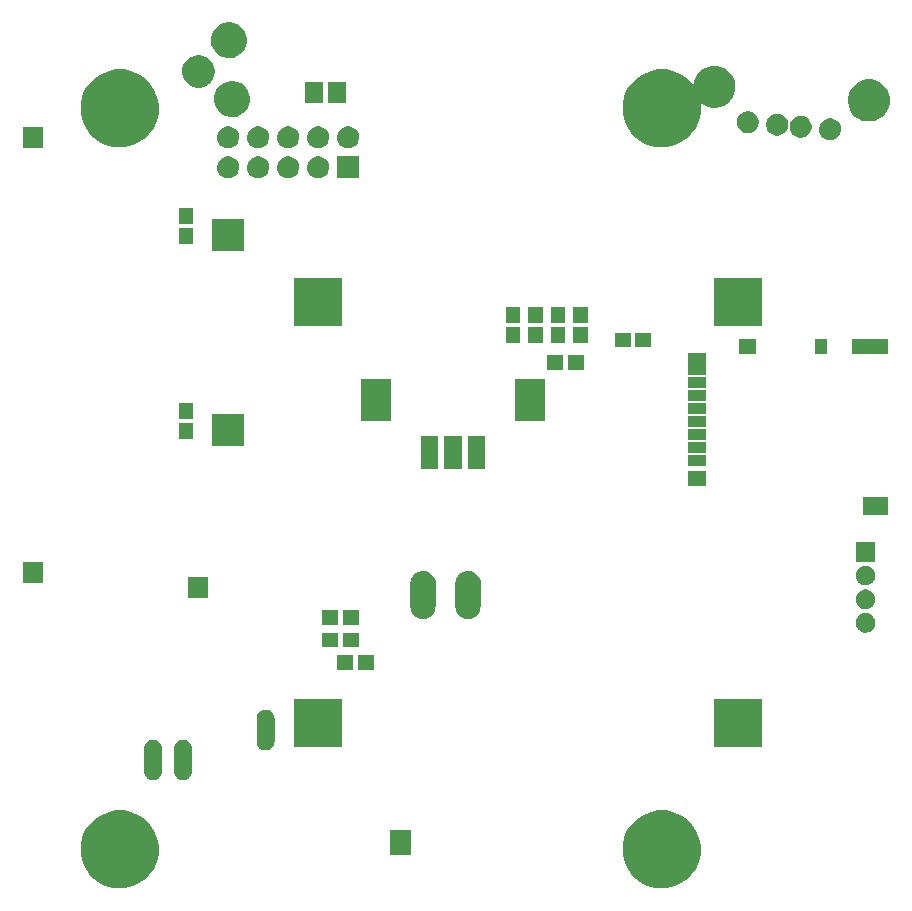
<source format=gbs>
G04 #@! TF.FileFunction,Soldermask,Bot*
%FSLAX46Y46*%
G04 Gerber Fmt 4.6, Leading zero omitted, Abs format (unit mm)*
G04 Created by KiCad (PCBNEW (2015-04-03 BZR 5570)-product) date Mon Apr  6 03:58:37 2015*
%MOMM*%
G01*
G04 APERTURE LIST*
%ADD10C,0.150000*%
G04 APERTURE END LIST*
D10*
G36*
X103751000Y-87241000D02*
X101989000Y-87241000D01*
X101989000Y-85479000D01*
X103751000Y-85479000D01*
X103751000Y-87241000D01*
X103751000Y-87241000D01*
G37*
G36*
X103751000Y-124071000D02*
X101989000Y-124071000D01*
X101989000Y-122309000D01*
X103751000Y-122309000D01*
X103751000Y-124071000D01*
X103751000Y-124071000D01*
G37*
G36*
X113512742Y-83572422D02*
X113502414Y-84312053D01*
X113502317Y-84312479D01*
X113502317Y-84312491D01*
X113358952Y-84943517D01*
X113095566Y-85535089D01*
X112722295Y-86064235D01*
X112253352Y-86510803D01*
X111706603Y-86857780D01*
X111102868Y-87091955D01*
X110465153Y-87204401D01*
X109817740Y-87190839D01*
X109185285Y-87051785D01*
X108591891Y-86792538D01*
X108060152Y-86422969D01*
X107610320Y-85957155D01*
X107259536Y-85412843D01*
X107021154Y-84810759D01*
X106904257Y-84173841D01*
X106913299Y-83526345D01*
X107047932Y-82892944D01*
X107303032Y-82297752D01*
X107668879Y-81763445D01*
X108131541Y-81310372D01*
X108673394Y-80955794D01*
X109273798Y-80713215D01*
X109909884Y-80591875D01*
X110557422Y-80596397D01*
X111191755Y-80726606D01*
X111788708Y-80977543D01*
X112325560Y-81339654D01*
X112781849Y-81799139D01*
X113140201Y-82338503D01*
X113386966Y-82937198D01*
X113512657Y-83571984D01*
X113512656Y-83571992D01*
X113512742Y-83572422D01*
X113512742Y-83572422D01*
G37*
G36*
X113512742Y-146310422D02*
X113502414Y-147050053D01*
X113502317Y-147050479D01*
X113502317Y-147050491D01*
X113358952Y-147681517D01*
X113095566Y-148273089D01*
X112722295Y-148802235D01*
X112253352Y-149248803D01*
X111706603Y-149595780D01*
X111102868Y-149829955D01*
X110465153Y-149942401D01*
X109817740Y-149928839D01*
X109185285Y-149789785D01*
X108591891Y-149530538D01*
X108060152Y-149160969D01*
X107610320Y-148695155D01*
X107259536Y-148150843D01*
X107021154Y-147548759D01*
X106904257Y-146911841D01*
X106913299Y-146264345D01*
X107047932Y-145630944D01*
X107303032Y-145035752D01*
X107668879Y-144501445D01*
X108131541Y-144048372D01*
X108673394Y-143693794D01*
X109273798Y-143451215D01*
X109909884Y-143329875D01*
X110557422Y-143334397D01*
X111191755Y-143464606D01*
X111788708Y-143715543D01*
X112325560Y-144077654D01*
X112781849Y-144537139D01*
X113140201Y-145076503D01*
X113386966Y-145675198D01*
X113512657Y-146309984D01*
X113512656Y-146309992D01*
X113512742Y-146310422D01*
X113512742Y-146310422D01*
G37*
G36*
X113792000Y-140025950D02*
X113791945Y-140033857D01*
X113791943Y-140033867D01*
X113791926Y-140036435D01*
X113775348Y-140184225D01*
X113730381Y-140325980D01*
X113658736Y-140456301D01*
X113563143Y-140570224D01*
X113447243Y-140663410D01*
X113315450Y-140732310D01*
X113172785Y-140774299D01*
X113172739Y-140774303D01*
X113172730Y-140774306D01*
X113024680Y-140787780D01*
X112876839Y-140772241D01*
X112876825Y-140772236D01*
X112876779Y-140772232D01*
X112734713Y-140728256D01*
X112603895Y-140657523D01*
X112489307Y-140562727D01*
X112395314Y-140447480D01*
X112325496Y-140316172D01*
X112282512Y-140173803D01*
X112268000Y-140025796D01*
X112268000Y-140022996D01*
X112268000Y-138104204D01*
X112268000Y-138104050D01*
X112268055Y-138096143D01*
X112268056Y-138096132D01*
X112268074Y-138093565D01*
X112284652Y-137945775D01*
X112329619Y-137804020D01*
X112401264Y-137673699D01*
X112496857Y-137559776D01*
X112612757Y-137466590D01*
X112744550Y-137397690D01*
X112887215Y-137355701D01*
X112887260Y-137355696D01*
X112887270Y-137355694D01*
X113035320Y-137342220D01*
X113183161Y-137357759D01*
X113183174Y-137357763D01*
X113183221Y-137357768D01*
X113325287Y-137401744D01*
X113456105Y-137472477D01*
X113570693Y-137567273D01*
X113664686Y-137682520D01*
X113734504Y-137813828D01*
X113777488Y-137956197D01*
X113792000Y-138104204D01*
X113792000Y-138107004D01*
X113792000Y-140025796D01*
X113792000Y-140025950D01*
X113792000Y-140025950D01*
G37*
G36*
X116332000Y-140025950D02*
X116331945Y-140033857D01*
X116331943Y-140033867D01*
X116331926Y-140036435D01*
X116315348Y-140184225D01*
X116270381Y-140325980D01*
X116198736Y-140456301D01*
X116103143Y-140570224D01*
X115987243Y-140663410D01*
X115855450Y-140732310D01*
X115712785Y-140774299D01*
X115712739Y-140774303D01*
X115712730Y-140774306D01*
X115564680Y-140787780D01*
X115416839Y-140772241D01*
X115416825Y-140772236D01*
X115416779Y-140772232D01*
X115274713Y-140728256D01*
X115143895Y-140657523D01*
X115029307Y-140562727D01*
X114935314Y-140447480D01*
X114865496Y-140316172D01*
X114822512Y-140173803D01*
X114808000Y-140025796D01*
X114808000Y-140022996D01*
X114808000Y-138104204D01*
X114808000Y-138104050D01*
X114808055Y-138096143D01*
X114808056Y-138096132D01*
X114808074Y-138093565D01*
X114824652Y-137945775D01*
X114869619Y-137804020D01*
X114941264Y-137673699D01*
X115036857Y-137559776D01*
X115152757Y-137466590D01*
X115284550Y-137397690D01*
X115427215Y-137355701D01*
X115427260Y-137355696D01*
X115427270Y-137355694D01*
X115575320Y-137342220D01*
X115723161Y-137357759D01*
X115723174Y-137357763D01*
X115723221Y-137357768D01*
X115865287Y-137401744D01*
X115996105Y-137472477D01*
X116110693Y-137567273D01*
X116204686Y-137682520D01*
X116274504Y-137813828D01*
X116317488Y-137956197D01*
X116332000Y-138104204D01*
X116332000Y-138107004D01*
X116332000Y-140025796D01*
X116332000Y-140025950D01*
X116332000Y-140025950D01*
G37*
G36*
X116451000Y-93680000D02*
X115197000Y-93680000D01*
X115197000Y-92326000D01*
X116451000Y-92326000D01*
X116451000Y-93680000D01*
X116451000Y-93680000D01*
G37*
G36*
X116451000Y-95380000D02*
X115197000Y-95380000D01*
X115197000Y-94026000D01*
X116451000Y-94026000D01*
X116451000Y-95380000D01*
X116451000Y-95380000D01*
G37*
G36*
X116451000Y-110190000D02*
X115197000Y-110190000D01*
X115197000Y-108836000D01*
X116451000Y-108836000D01*
X116451000Y-110190000D01*
X116451000Y-110190000D01*
G37*
G36*
X116451000Y-111890000D02*
X115197000Y-111890000D01*
X115197000Y-110536000D01*
X116451000Y-110536000D01*
X116451000Y-111890000D01*
X116451000Y-111890000D01*
G37*
G36*
X117721000Y-125341000D02*
X115959000Y-125341000D01*
X115959000Y-123579000D01*
X117721000Y-123579000D01*
X117721000Y-125341000D01*
X117721000Y-125341000D01*
G37*
G36*
X118262082Y-80627162D02*
X118257775Y-80935603D01*
X118257678Y-80936029D01*
X118257678Y-80936041D01*
X118197950Y-81198937D01*
X118088113Y-81445634D01*
X117932452Y-81666299D01*
X117736893Y-81852527D01*
X117508888Y-81997223D01*
X117257115Y-82094880D01*
X116991177Y-82141772D01*
X116721194Y-82136116D01*
X116457444Y-82078127D01*
X116209988Y-81970017D01*
X115988243Y-81815899D01*
X115800654Y-81621646D01*
X115654368Y-81394655D01*
X115554959Y-81143574D01*
X115506210Y-80877966D01*
X115509981Y-80607945D01*
X115566125Y-80343807D01*
X115672507Y-80095599D01*
X115825073Y-79872782D01*
X116018013Y-79683841D01*
X116243977Y-79535974D01*
X116494358Y-79434814D01*
X116759619Y-79384212D01*
X117029654Y-79386098D01*
X117294186Y-79440398D01*
X117543125Y-79545043D01*
X117767005Y-79696052D01*
X117957289Y-79887670D01*
X118106725Y-80112588D01*
X118209632Y-80362260D01*
X118261998Y-80626724D01*
X118261997Y-80626736D01*
X118262082Y-80627162D01*
X118262082Y-80627162D01*
G37*
G36*
X120307039Y-86269103D02*
X120304140Y-86476746D01*
X120304044Y-86477167D01*
X120304044Y-86477184D01*
X120263868Y-86654023D01*
X120189924Y-86820101D01*
X120085133Y-86968653D01*
X119953482Y-87094023D01*
X119799988Y-87191432D01*
X119630493Y-87257176D01*
X119451464Y-87288744D01*
X119269710Y-87284936D01*
X119092153Y-87245897D01*
X118925564Y-87173117D01*
X118776285Y-87069365D01*
X118649997Y-86938591D01*
X118551520Y-86785783D01*
X118484596Y-86616753D01*
X118451779Y-86437945D01*
X118454317Y-86256165D01*
X118492113Y-86078347D01*
X118563730Y-85911253D01*
X118666437Y-85761252D01*
X118796326Y-85634056D01*
X118948448Y-85534510D01*
X119117002Y-85466411D01*
X119295578Y-85432344D01*
X119477365Y-85433614D01*
X119655450Y-85470169D01*
X119823035Y-85540616D01*
X119973754Y-85642277D01*
X120101852Y-85771273D01*
X120202455Y-85922691D01*
X120271731Y-86090770D01*
X120306956Y-86268664D01*
X120306955Y-86268682D01*
X120307039Y-86269103D01*
X120307039Y-86269103D01*
G37*
G36*
X120307039Y-88809103D02*
X120304140Y-89016746D01*
X120304044Y-89017167D01*
X120304044Y-89017184D01*
X120263868Y-89194023D01*
X120189924Y-89360101D01*
X120085133Y-89508653D01*
X119953482Y-89634023D01*
X119799988Y-89731432D01*
X119630493Y-89797176D01*
X119451464Y-89828744D01*
X119269710Y-89824936D01*
X119092153Y-89785897D01*
X118925564Y-89713117D01*
X118776285Y-89609365D01*
X118649997Y-89478591D01*
X118551520Y-89325783D01*
X118484596Y-89156753D01*
X118451779Y-88977945D01*
X118454317Y-88796165D01*
X118492113Y-88618347D01*
X118563730Y-88451253D01*
X118666437Y-88301252D01*
X118796326Y-88174056D01*
X118948448Y-88074510D01*
X119117002Y-88006411D01*
X119295578Y-87972344D01*
X119477365Y-87973614D01*
X119655450Y-88010169D01*
X119823035Y-88080616D01*
X119973754Y-88182277D01*
X120101852Y-88311273D01*
X120202455Y-88462691D01*
X120271731Y-88630770D01*
X120306956Y-88808664D01*
X120306955Y-88808682D01*
X120307039Y-88809103D01*
X120307039Y-88809103D01*
G37*
G36*
X120707000Y-95942000D02*
X118053000Y-95942000D01*
X118053000Y-93288000D01*
X120707000Y-93288000D01*
X120707000Y-95942000D01*
X120707000Y-95942000D01*
G37*
G36*
X120707000Y-112452000D02*
X118053000Y-112452000D01*
X118053000Y-109798000D01*
X120707000Y-109798000D01*
X120707000Y-112452000D01*
X120707000Y-112452000D01*
G37*
G36*
X120977549Y-77974573D02*
X120972773Y-78316613D01*
X120972676Y-78317039D01*
X120972676Y-78317051D01*
X120906431Y-78608632D01*
X120784628Y-78882203D01*
X120612010Y-79126905D01*
X120395149Y-79333420D01*
X120142307Y-79493878D01*
X119863109Y-79602173D01*
X119568201Y-79654173D01*
X119268807Y-79647901D01*
X118976327Y-79583595D01*
X118701915Y-79463708D01*
X118456014Y-79292801D01*
X118247989Y-79077386D01*
X118085771Y-78825672D01*
X117975531Y-78547239D01*
X117921473Y-78252698D01*
X117925654Y-77953263D01*
X117987914Y-77660351D01*
X118105885Y-77385105D01*
X118275070Y-77138016D01*
X118489027Y-76928493D01*
X118739606Y-76764519D01*
X119017262Y-76652339D01*
X119311418Y-76596226D01*
X119610869Y-76598317D01*
X119904216Y-76658532D01*
X120180274Y-76774576D01*
X120428541Y-76942035D01*
X120639550Y-77154522D01*
X120805269Y-77403949D01*
X120919385Y-77680815D01*
X120977464Y-77974134D01*
X120977463Y-77974143D01*
X120977549Y-77974573D01*
X120977549Y-77974573D01*
G37*
G36*
X121239229Y-82967721D02*
X121234453Y-83309761D01*
X121234356Y-83310187D01*
X121234356Y-83310199D01*
X121168111Y-83601780D01*
X121046308Y-83875351D01*
X120873690Y-84120053D01*
X120656829Y-84326568D01*
X120403987Y-84487026D01*
X120124789Y-84595321D01*
X119829881Y-84647321D01*
X119530487Y-84641049D01*
X119238007Y-84576743D01*
X118963595Y-84456856D01*
X118717694Y-84285949D01*
X118509669Y-84070534D01*
X118347451Y-83818820D01*
X118237211Y-83540387D01*
X118183153Y-83245846D01*
X118187334Y-82946411D01*
X118249594Y-82653499D01*
X118367565Y-82378253D01*
X118536750Y-82131164D01*
X118750707Y-81921641D01*
X119001286Y-81757667D01*
X119278942Y-81645487D01*
X119573098Y-81589374D01*
X119872549Y-81591465D01*
X120165896Y-81651680D01*
X120441954Y-81767724D01*
X120690221Y-81935183D01*
X120901230Y-82147670D01*
X121066949Y-82397097D01*
X121181065Y-82673963D01*
X121239144Y-82967282D01*
X121239143Y-82967291D01*
X121239229Y-82967721D01*
X121239229Y-82967721D01*
G37*
G36*
X122847039Y-86269103D02*
X122844140Y-86476746D01*
X122844044Y-86477167D01*
X122844044Y-86477184D01*
X122803868Y-86654023D01*
X122729924Y-86820101D01*
X122625133Y-86968653D01*
X122493482Y-87094023D01*
X122339988Y-87191432D01*
X122170493Y-87257176D01*
X121991464Y-87288744D01*
X121809710Y-87284936D01*
X121632153Y-87245897D01*
X121465564Y-87173117D01*
X121316285Y-87069365D01*
X121189997Y-86938591D01*
X121091520Y-86785783D01*
X121024596Y-86616753D01*
X120991779Y-86437945D01*
X120994317Y-86256165D01*
X121032113Y-86078347D01*
X121103730Y-85911253D01*
X121206437Y-85761252D01*
X121336326Y-85634056D01*
X121488448Y-85534510D01*
X121657002Y-85466411D01*
X121835578Y-85432344D01*
X122017365Y-85433614D01*
X122195450Y-85470169D01*
X122363035Y-85540616D01*
X122513754Y-85642277D01*
X122641852Y-85771273D01*
X122742455Y-85922691D01*
X122811731Y-86090770D01*
X122846956Y-86268664D01*
X122846955Y-86268682D01*
X122847039Y-86269103D01*
X122847039Y-86269103D01*
G37*
G36*
X122847039Y-88809103D02*
X122844140Y-89016746D01*
X122844044Y-89017167D01*
X122844044Y-89017184D01*
X122803868Y-89194023D01*
X122729924Y-89360101D01*
X122625133Y-89508653D01*
X122493482Y-89634023D01*
X122339988Y-89731432D01*
X122170493Y-89797176D01*
X121991464Y-89828744D01*
X121809710Y-89824936D01*
X121632153Y-89785897D01*
X121465564Y-89713117D01*
X121316285Y-89609365D01*
X121189997Y-89478591D01*
X121091520Y-89325783D01*
X121024596Y-89156753D01*
X120991779Y-88977945D01*
X120994317Y-88796165D01*
X121032113Y-88618347D01*
X121103730Y-88451253D01*
X121206437Y-88301252D01*
X121336326Y-88174056D01*
X121488448Y-88074510D01*
X121657002Y-88006411D01*
X121835578Y-87972344D01*
X122017365Y-87973614D01*
X122195450Y-88010169D01*
X122363035Y-88080616D01*
X122513754Y-88182277D01*
X122641852Y-88311273D01*
X122742455Y-88462691D01*
X122811731Y-88630770D01*
X122846956Y-88808664D01*
X122846955Y-88808682D01*
X122847039Y-88809103D01*
X122847039Y-88809103D01*
G37*
G36*
X123317000Y-137485950D02*
X123316945Y-137493857D01*
X123316943Y-137493867D01*
X123316926Y-137496435D01*
X123300348Y-137644225D01*
X123255381Y-137785980D01*
X123183736Y-137916301D01*
X123088143Y-138030224D01*
X122972243Y-138123410D01*
X122840450Y-138192310D01*
X122697785Y-138234299D01*
X122697739Y-138234303D01*
X122697730Y-138234306D01*
X122549680Y-138247780D01*
X122401839Y-138232241D01*
X122401825Y-138232236D01*
X122401779Y-138232232D01*
X122259713Y-138188256D01*
X122128895Y-138117523D01*
X122014307Y-138022727D01*
X121920314Y-137907480D01*
X121850496Y-137776172D01*
X121807512Y-137633803D01*
X121793000Y-137485796D01*
X121793000Y-137482996D01*
X121793000Y-135564204D01*
X121793000Y-135564050D01*
X121793055Y-135556143D01*
X121793056Y-135556132D01*
X121793074Y-135553565D01*
X121809652Y-135405775D01*
X121854619Y-135264020D01*
X121926264Y-135133699D01*
X122021857Y-135019776D01*
X122137757Y-134926590D01*
X122269550Y-134857690D01*
X122412215Y-134815701D01*
X122412260Y-134815696D01*
X122412270Y-134815694D01*
X122560320Y-134802220D01*
X122708161Y-134817759D01*
X122708174Y-134817763D01*
X122708221Y-134817768D01*
X122850287Y-134861744D01*
X122981105Y-134932477D01*
X123095693Y-135027273D01*
X123189686Y-135142520D01*
X123259504Y-135273828D01*
X123302488Y-135416197D01*
X123317000Y-135564204D01*
X123317000Y-135567004D01*
X123317000Y-137485796D01*
X123317000Y-137485950D01*
X123317000Y-137485950D01*
G37*
G36*
X125387039Y-86269103D02*
X125384140Y-86476746D01*
X125384044Y-86477167D01*
X125384044Y-86477184D01*
X125343868Y-86654023D01*
X125269924Y-86820101D01*
X125165133Y-86968653D01*
X125033482Y-87094023D01*
X124879988Y-87191432D01*
X124710493Y-87257176D01*
X124531464Y-87288744D01*
X124349710Y-87284936D01*
X124172153Y-87245897D01*
X124005564Y-87173117D01*
X123856285Y-87069365D01*
X123729997Y-86938591D01*
X123631520Y-86785783D01*
X123564596Y-86616753D01*
X123531779Y-86437945D01*
X123534317Y-86256165D01*
X123572113Y-86078347D01*
X123643730Y-85911253D01*
X123746437Y-85761252D01*
X123876326Y-85634056D01*
X124028448Y-85534510D01*
X124197002Y-85466411D01*
X124375578Y-85432344D01*
X124557365Y-85433614D01*
X124735450Y-85470169D01*
X124903035Y-85540616D01*
X125053754Y-85642277D01*
X125181852Y-85771273D01*
X125282455Y-85922691D01*
X125351731Y-86090770D01*
X125386956Y-86268664D01*
X125386955Y-86268682D01*
X125387039Y-86269103D01*
X125387039Y-86269103D01*
G37*
G36*
X125387039Y-88809103D02*
X125384140Y-89016746D01*
X125384044Y-89017167D01*
X125384044Y-89017184D01*
X125343868Y-89194023D01*
X125269924Y-89360101D01*
X125165133Y-89508653D01*
X125033482Y-89634023D01*
X124879988Y-89731432D01*
X124710493Y-89797176D01*
X124531464Y-89828744D01*
X124349710Y-89824936D01*
X124172153Y-89785897D01*
X124005564Y-89713117D01*
X123856285Y-89609365D01*
X123729997Y-89478591D01*
X123631520Y-89325783D01*
X123564596Y-89156753D01*
X123531779Y-88977945D01*
X123534317Y-88796165D01*
X123572113Y-88618347D01*
X123643730Y-88451253D01*
X123746437Y-88301252D01*
X123876326Y-88174056D01*
X124028448Y-88074510D01*
X124197002Y-88006411D01*
X124375578Y-87972344D01*
X124557365Y-87973614D01*
X124735450Y-88010169D01*
X124903035Y-88080616D01*
X125053754Y-88182277D01*
X125181852Y-88311273D01*
X125282455Y-88462691D01*
X125351731Y-88630770D01*
X125386956Y-88808664D01*
X125386955Y-88808682D01*
X125387039Y-88809103D01*
X125387039Y-88809103D01*
G37*
G36*
X127462000Y-83427000D02*
X125908000Y-83427000D01*
X125908000Y-81673000D01*
X127462000Y-81673000D01*
X127462000Y-83427000D01*
X127462000Y-83427000D01*
G37*
G36*
X127927039Y-86269103D02*
X127924140Y-86476746D01*
X127924044Y-86477167D01*
X127924044Y-86477184D01*
X127883868Y-86654023D01*
X127809924Y-86820101D01*
X127705133Y-86968653D01*
X127573482Y-87094023D01*
X127419988Y-87191432D01*
X127250493Y-87257176D01*
X127071464Y-87288744D01*
X126889710Y-87284936D01*
X126712153Y-87245897D01*
X126545564Y-87173117D01*
X126396285Y-87069365D01*
X126269997Y-86938591D01*
X126171520Y-86785783D01*
X126104596Y-86616753D01*
X126071779Y-86437945D01*
X126074317Y-86256165D01*
X126112113Y-86078347D01*
X126183730Y-85911253D01*
X126286437Y-85761252D01*
X126416326Y-85634056D01*
X126568448Y-85534510D01*
X126737002Y-85466411D01*
X126915578Y-85432344D01*
X127097365Y-85433614D01*
X127275450Y-85470169D01*
X127443035Y-85540616D01*
X127593754Y-85642277D01*
X127721852Y-85771273D01*
X127822455Y-85922691D01*
X127891731Y-86090770D01*
X127926956Y-86268664D01*
X127926955Y-86268682D01*
X127927039Y-86269103D01*
X127927039Y-86269103D01*
G37*
G36*
X127927039Y-88809103D02*
X127924140Y-89016746D01*
X127924044Y-89017167D01*
X127924044Y-89017184D01*
X127883868Y-89194023D01*
X127809924Y-89360101D01*
X127705133Y-89508653D01*
X127573482Y-89634023D01*
X127419988Y-89731432D01*
X127250493Y-89797176D01*
X127071464Y-89828744D01*
X126889710Y-89824936D01*
X126712153Y-89785897D01*
X126545564Y-89713117D01*
X126396285Y-89609365D01*
X126269997Y-89478591D01*
X126171520Y-89325783D01*
X126104596Y-89156753D01*
X126071779Y-88977945D01*
X126074317Y-88796165D01*
X126112113Y-88618347D01*
X126183730Y-88451253D01*
X126286437Y-88301252D01*
X126416326Y-88174056D01*
X126568448Y-88074510D01*
X126737002Y-88006411D01*
X126915578Y-87972344D01*
X127097365Y-87973614D01*
X127275450Y-88010169D01*
X127443035Y-88080616D01*
X127593754Y-88182277D01*
X127721852Y-88311273D01*
X127822455Y-88462691D01*
X127891731Y-88630770D01*
X127926956Y-88808664D01*
X127926955Y-88808682D01*
X127927039Y-88809103D01*
X127927039Y-88809103D01*
G37*
G36*
X128732000Y-127627000D02*
X127378000Y-127627000D01*
X127378000Y-126373000D01*
X128732000Y-126373000D01*
X128732000Y-127627000D01*
X128732000Y-127627000D01*
G37*
G36*
X128732000Y-129532000D02*
X127378000Y-129532000D01*
X127378000Y-128278000D01*
X128732000Y-128278000D01*
X128732000Y-129532000D01*
X128732000Y-129532000D01*
G37*
G36*
X129012000Y-102342000D02*
X124948000Y-102342000D01*
X124948000Y-98278000D01*
X129012000Y-98278000D01*
X129012000Y-102342000D01*
X129012000Y-102342000D01*
G37*
G36*
X129012000Y-137942000D02*
X124948000Y-137942000D01*
X124948000Y-133878000D01*
X129012000Y-133878000D01*
X129012000Y-137942000D01*
X129012000Y-137942000D01*
G37*
G36*
X129362000Y-83427000D02*
X127808000Y-83427000D01*
X127808000Y-81673000D01*
X129362000Y-81673000D01*
X129362000Y-83427000D01*
X129362000Y-83427000D01*
G37*
G36*
X130002000Y-131437000D02*
X128648000Y-131437000D01*
X128648000Y-130183000D01*
X130002000Y-130183000D01*
X130002000Y-131437000D01*
X130002000Y-131437000D01*
G37*
G36*
X130432000Y-127627000D02*
X129078000Y-127627000D01*
X129078000Y-126373000D01*
X130432000Y-126373000D01*
X130432000Y-127627000D01*
X130432000Y-127627000D01*
G37*
G36*
X130432000Y-129532000D02*
X129078000Y-129532000D01*
X129078000Y-128278000D01*
X130432000Y-128278000D01*
X130432000Y-129532000D01*
X130432000Y-129532000D01*
G37*
G36*
X130467000Y-89827000D02*
X128613000Y-89827000D01*
X128613000Y-87973000D01*
X130467000Y-87973000D01*
X130467000Y-89827000D01*
X130467000Y-89827000D01*
G37*
G36*
X130467039Y-86269103D02*
X130464140Y-86476746D01*
X130464044Y-86477167D01*
X130464044Y-86477184D01*
X130423868Y-86654023D01*
X130349924Y-86820101D01*
X130245133Y-86968653D01*
X130113482Y-87094023D01*
X129959988Y-87191432D01*
X129790493Y-87257176D01*
X129611464Y-87288744D01*
X129429710Y-87284936D01*
X129252153Y-87245897D01*
X129085564Y-87173117D01*
X128936285Y-87069365D01*
X128809997Y-86938591D01*
X128711520Y-86785783D01*
X128644596Y-86616753D01*
X128611779Y-86437945D01*
X128614317Y-86256165D01*
X128652113Y-86078347D01*
X128723730Y-85911253D01*
X128826437Y-85761252D01*
X128956326Y-85634056D01*
X129108448Y-85534510D01*
X129277002Y-85466411D01*
X129455578Y-85432344D01*
X129637365Y-85433614D01*
X129815450Y-85470169D01*
X129983035Y-85540616D01*
X130133754Y-85642277D01*
X130261852Y-85771273D01*
X130362455Y-85922691D01*
X130431731Y-86090770D01*
X130466956Y-86268664D01*
X130466955Y-86268682D01*
X130467039Y-86269103D01*
X130467039Y-86269103D01*
G37*
G36*
X131702000Y-131437000D02*
X130348000Y-131437000D01*
X130348000Y-130183000D01*
X131702000Y-130183000D01*
X131702000Y-131437000D01*
X131702000Y-131437000D01*
G37*
G36*
X133207000Y-110357000D02*
X130653000Y-110357000D01*
X130653000Y-106803000D01*
X133207000Y-106803000D01*
X133207000Y-110357000D01*
X133207000Y-110357000D01*
G37*
G36*
X134912000Y-147127000D02*
X133058000Y-147127000D01*
X133058000Y-144973000D01*
X134912000Y-144973000D01*
X134912000Y-147127000D01*
X134912000Y-147127000D01*
G37*
G36*
X136969500Y-126057485D02*
X136969414Y-126069826D01*
X136969412Y-126069835D01*
X136969395Y-126072404D01*
X136945910Y-126281773D01*
X136882207Y-126482592D01*
X136780710Y-126667214D01*
X136645287Y-126828605D01*
X136481094Y-126960619D01*
X136294388Y-127058227D01*
X136092278Y-127117711D01*
X136092235Y-127117714D01*
X136092225Y-127117718D01*
X135882463Y-127136808D01*
X135672999Y-127114793D01*
X135672982Y-127114787D01*
X135672936Y-127114783D01*
X135471677Y-127052483D01*
X135286351Y-126952278D01*
X135124018Y-126817985D01*
X134990862Y-126654718D01*
X134891953Y-126468697D01*
X134831059Y-126267008D01*
X134810500Y-126057332D01*
X134810500Y-126054533D01*
X134810500Y-124132668D01*
X134810500Y-124132515D01*
X134810586Y-124120174D01*
X134810587Y-124120164D01*
X134810605Y-124117596D01*
X134834090Y-123908227D01*
X134897793Y-123707408D01*
X134999290Y-123522786D01*
X135134713Y-123361395D01*
X135298906Y-123229381D01*
X135485612Y-123131773D01*
X135687722Y-123072289D01*
X135687764Y-123072285D01*
X135687775Y-123072282D01*
X135897537Y-123053192D01*
X136107001Y-123075207D01*
X136107017Y-123075212D01*
X136107064Y-123075217D01*
X136308323Y-123137517D01*
X136493649Y-123237722D01*
X136655982Y-123372015D01*
X136789138Y-123535282D01*
X136888047Y-123721303D01*
X136948941Y-123922992D01*
X136969500Y-124132668D01*
X136969500Y-124135467D01*
X136969500Y-126057332D01*
X136969500Y-126057485D01*
X136969500Y-126057485D01*
G37*
G36*
X137157000Y-114457000D02*
X135703000Y-114457000D01*
X135703000Y-111603000D01*
X137157000Y-111603000D01*
X137157000Y-114457000D01*
X137157000Y-114457000D01*
G37*
G36*
X139157000Y-114457000D02*
X137703000Y-114457000D01*
X137703000Y-111603000D01*
X139157000Y-111603000D01*
X139157000Y-114457000D01*
X139157000Y-114457000D01*
G37*
G36*
X140779500Y-126057485D02*
X140779414Y-126069826D01*
X140779412Y-126069835D01*
X140779395Y-126072404D01*
X140755910Y-126281773D01*
X140692207Y-126482592D01*
X140590710Y-126667214D01*
X140455287Y-126828605D01*
X140291094Y-126960619D01*
X140104388Y-127058227D01*
X139902278Y-127117711D01*
X139902235Y-127117714D01*
X139902225Y-127117718D01*
X139692463Y-127136808D01*
X139482999Y-127114793D01*
X139482982Y-127114787D01*
X139482936Y-127114783D01*
X139281677Y-127052483D01*
X139096351Y-126952278D01*
X138934018Y-126817985D01*
X138800862Y-126654718D01*
X138701953Y-126468697D01*
X138641059Y-126267008D01*
X138620500Y-126057332D01*
X138620500Y-126054533D01*
X138620500Y-124132668D01*
X138620500Y-124132515D01*
X138620586Y-124120174D01*
X138620587Y-124120164D01*
X138620605Y-124117596D01*
X138644090Y-123908227D01*
X138707793Y-123707408D01*
X138809290Y-123522786D01*
X138944713Y-123361395D01*
X139108906Y-123229381D01*
X139295612Y-123131773D01*
X139497722Y-123072289D01*
X139497764Y-123072285D01*
X139497775Y-123072282D01*
X139707537Y-123053192D01*
X139917001Y-123075207D01*
X139917017Y-123075212D01*
X139917064Y-123075217D01*
X140118323Y-123137517D01*
X140303649Y-123237722D01*
X140465982Y-123372015D01*
X140599138Y-123535282D01*
X140698047Y-123721303D01*
X140758941Y-123922992D01*
X140779500Y-124132668D01*
X140779500Y-124135467D01*
X140779500Y-126057332D01*
X140779500Y-126057485D01*
X140779500Y-126057485D01*
G37*
G36*
X141157000Y-114457000D02*
X139703000Y-114457000D01*
X139703000Y-111603000D01*
X141157000Y-111603000D01*
X141157000Y-114457000D01*
X141157000Y-114457000D01*
G37*
G36*
X144137000Y-102062000D02*
X142883000Y-102062000D01*
X142883000Y-100708000D01*
X144137000Y-100708000D01*
X144137000Y-102062000D01*
X144137000Y-102062000D01*
G37*
G36*
X144137000Y-103762000D02*
X142883000Y-103762000D01*
X142883000Y-102408000D01*
X144137000Y-102408000D01*
X144137000Y-103762000D01*
X144137000Y-103762000D01*
G37*
G36*
X146042000Y-102062000D02*
X144788000Y-102062000D01*
X144788000Y-100708000D01*
X146042000Y-100708000D01*
X146042000Y-102062000D01*
X146042000Y-102062000D01*
G37*
G36*
X146042000Y-103762000D02*
X144788000Y-103762000D01*
X144788000Y-102408000D01*
X146042000Y-102408000D01*
X146042000Y-103762000D01*
X146042000Y-103762000D01*
G37*
G36*
X146207000Y-110357000D02*
X143653000Y-110357000D01*
X143653000Y-106803000D01*
X146207000Y-106803000D01*
X146207000Y-110357000D01*
X146207000Y-110357000D01*
G37*
G36*
X147782000Y-106037000D02*
X146428000Y-106037000D01*
X146428000Y-104783000D01*
X147782000Y-104783000D01*
X147782000Y-106037000D01*
X147782000Y-106037000D01*
G37*
G36*
X147947000Y-102062000D02*
X146693000Y-102062000D01*
X146693000Y-100708000D01*
X147947000Y-100708000D01*
X147947000Y-102062000D01*
X147947000Y-102062000D01*
G37*
G36*
X147947000Y-103762000D02*
X146693000Y-103762000D01*
X146693000Y-102408000D01*
X147947000Y-102408000D01*
X147947000Y-103762000D01*
X147947000Y-103762000D01*
G37*
G36*
X149482000Y-106037000D02*
X148128000Y-106037000D01*
X148128000Y-104783000D01*
X149482000Y-104783000D01*
X149482000Y-106037000D01*
X149482000Y-106037000D01*
G37*
G36*
X149852000Y-102062000D02*
X148598000Y-102062000D01*
X148598000Y-100708000D01*
X149852000Y-100708000D01*
X149852000Y-102062000D01*
X149852000Y-102062000D01*
G37*
G36*
X149852000Y-103762000D02*
X148598000Y-103762000D01*
X148598000Y-102408000D01*
X149852000Y-102408000D01*
X149852000Y-103762000D01*
X149852000Y-103762000D01*
G37*
G36*
X153497000Y-104132000D02*
X152143000Y-104132000D01*
X152143000Y-102878000D01*
X153497000Y-102878000D01*
X153497000Y-104132000D01*
X153497000Y-104132000D01*
G37*
G36*
X155197000Y-104132000D02*
X153843000Y-104132000D01*
X153843000Y-102878000D01*
X155197000Y-102878000D01*
X155197000Y-104132000D01*
X155197000Y-104132000D01*
G37*
G36*
X159410542Y-146310422D02*
X159400214Y-147050053D01*
X159400117Y-147050479D01*
X159400117Y-147050491D01*
X159256752Y-147681517D01*
X158993366Y-148273089D01*
X158620095Y-148802235D01*
X158151152Y-149248803D01*
X157604403Y-149595780D01*
X157000668Y-149829955D01*
X156362953Y-149942401D01*
X155715540Y-149928839D01*
X155083085Y-149789785D01*
X154489691Y-149530538D01*
X153957952Y-149160969D01*
X153508120Y-148695155D01*
X153157336Y-148150843D01*
X152918954Y-147548759D01*
X152802057Y-146911841D01*
X152811099Y-146264345D01*
X152945732Y-145630944D01*
X153200832Y-145035752D01*
X153566679Y-144501445D01*
X154029341Y-144048372D01*
X154571194Y-143693794D01*
X155171598Y-143451215D01*
X155807684Y-143329875D01*
X156455222Y-143334397D01*
X157089555Y-143464606D01*
X157686508Y-143715543D01*
X158223360Y-144077654D01*
X158679649Y-144537139D01*
X159038001Y-145076503D01*
X159284766Y-145675198D01*
X159410457Y-146309984D01*
X159410456Y-146309992D01*
X159410542Y-146310422D01*
X159410542Y-146310422D01*
G37*
G36*
X159807000Y-106467000D02*
X158353000Y-106467000D01*
X158353000Y-105513000D01*
X158353000Y-105492000D01*
X158353000Y-104588000D01*
X159807000Y-104588000D01*
X159807000Y-105492000D01*
X159807000Y-105513000D01*
X159807000Y-106467000D01*
X159807000Y-106467000D01*
G37*
G36*
X159807000Y-107567000D02*
X158353000Y-107567000D01*
X158353000Y-106613000D01*
X159807000Y-106613000D01*
X159807000Y-107567000D01*
X159807000Y-107567000D01*
G37*
G36*
X159807000Y-108667000D02*
X158353000Y-108667000D01*
X158353000Y-107713000D01*
X159807000Y-107713000D01*
X159807000Y-108667000D01*
X159807000Y-108667000D01*
G37*
G36*
X159807000Y-109767000D02*
X158353000Y-109767000D01*
X158353000Y-108813000D01*
X159807000Y-108813000D01*
X159807000Y-109767000D01*
X159807000Y-109767000D01*
G37*
G36*
X159807000Y-110867000D02*
X158353000Y-110867000D01*
X158353000Y-109913000D01*
X159807000Y-109913000D01*
X159807000Y-110867000D01*
X159807000Y-110867000D01*
G37*
G36*
X159807000Y-111967000D02*
X158353000Y-111967000D01*
X158353000Y-111013000D01*
X159807000Y-111013000D01*
X159807000Y-111967000D01*
X159807000Y-111967000D01*
G37*
G36*
X159807000Y-113067000D02*
X158353000Y-113067000D01*
X158353000Y-112113000D01*
X159807000Y-112113000D01*
X159807000Y-113067000D01*
X159807000Y-113067000D01*
G37*
G36*
X159807000Y-114167000D02*
X158353000Y-114167000D01*
X158353000Y-113213000D01*
X159807000Y-113213000D01*
X159807000Y-114167000D01*
X159807000Y-114167000D01*
G37*
G36*
X159807000Y-115867000D02*
X158353000Y-115867000D01*
X158353000Y-114613000D01*
X159807000Y-114613000D01*
X159807000Y-115867000D01*
X159807000Y-115867000D01*
G37*
G36*
X162331716Y-81909424D02*
X162326158Y-82307463D01*
X162326061Y-82307889D01*
X162326061Y-82307901D01*
X162248954Y-82647291D01*
X162107212Y-82965648D01*
X161906329Y-83250415D01*
X161906329Y-83250417D01*
X161653965Y-83490740D01*
X161359728Y-83677469D01*
X161034821Y-83803493D01*
X160691631Y-83864006D01*
X160343220Y-83856707D01*
X160002856Y-83781874D01*
X159683517Y-83642358D01*
X159510174Y-83521881D01*
X159487026Y-83511888D01*
X159461814Y-83511691D01*
X159438513Y-83521321D01*
X159420796Y-83539260D01*
X159410536Y-83572822D01*
X159400214Y-84312053D01*
X159400117Y-84312479D01*
X159400117Y-84312491D01*
X159256752Y-84943517D01*
X158993366Y-85535089D01*
X158620095Y-86064235D01*
X158151152Y-86510803D01*
X157604403Y-86857780D01*
X157000668Y-87091955D01*
X156362953Y-87204401D01*
X155715540Y-87190839D01*
X155083085Y-87051785D01*
X154489691Y-86792538D01*
X153957952Y-86422969D01*
X153508120Y-85957155D01*
X153157336Y-85412843D01*
X152918954Y-84810759D01*
X152802057Y-84173841D01*
X152811099Y-83526345D01*
X152945732Y-82892944D01*
X153200832Y-82297752D01*
X153566679Y-81763445D01*
X154029341Y-81310372D01*
X154571194Y-80955794D01*
X155171598Y-80713215D01*
X155807684Y-80591875D01*
X156455222Y-80596397D01*
X157089555Y-80726606D01*
X157686508Y-80977543D01*
X158223360Y-81339654D01*
X158679651Y-81799140D01*
X158685976Y-81808660D01*
X158703820Y-81826472D01*
X158727190Y-81835936D01*
X158752400Y-81835560D01*
X158775476Y-81825403D01*
X158792781Y-81807066D01*
X158800978Y-81786721D01*
X158852621Y-81543758D01*
X158989906Y-81223449D01*
X159186790Y-80935907D01*
X159435776Y-80692081D01*
X159727379Y-80501262D01*
X160050492Y-80370716D01*
X160392808Y-80305415D01*
X160741284Y-80307849D01*
X161082658Y-80377922D01*
X161403912Y-80512966D01*
X161692825Y-80707840D01*
X161938383Y-80955119D01*
X162131230Y-81245375D01*
X162264029Y-81567572D01*
X162331632Y-81908986D01*
X162331631Y-81908998D01*
X162331716Y-81909424D01*
X162331716Y-81909424D01*
G37*
G36*
X164107000Y-104717000D02*
X162653000Y-104717000D01*
X162653000Y-103463000D01*
X164107000Y-103463000D01*
X164107000Y-104717000D01*
X164107000Y-104717000D01*
G37*
G36*
X164302933Y-84969989D02*
X164300034Y-85177632D01*
X164299938Y-85178053D01*
X164299938Y-85178070D01*
X164259762Y-85354909D01*
X164185818Y-85520987D01*
X164081027Y-85669539D01*
X163949376Y-85794909D01*
X163795882Y-85892318D01*
X163626387Y-85958062D01*
X163447358Y-85989630D01*
X163265604Y-85985822D01*
X163088047Y-85946783D01*
X162921458Y-85874003D01*
X162772179Y-85770251D01*
X162645891Y-85639477D01*
X162547414Y-85486669D01*
X162480490Y-85317639D01*
X162447673Y-85138831D01*
X162450211Y-84957051D01*
X162488007Y-84779233D01*
X162559624Y-84612139D01*
X162662331Y-84462138D01*
X162792220Y-84334942D01*
X162944342Y-84235396D01*
X163112896Y-84167297D01*
X163291472Y-84133230D01*
X163473259Y-84134500D01*
X163651344Y-84171055D01*
X163818929Y-84241502D01*
X163969648Y-84343163D01*
X164097746Y-84472159D01*
X164198349Y-84623577D01*
X164267625Y-84791656D01*
X164302850Y-84969550D01*
X164302849Y-84969568D01*
X164302933Y-84969989D01*
X164302933Y-84969989D01*
G37*
G36*
X164612000Y-102342000D02*
X160548000Y-102342000D01*
X160548000Y-98278000D01*
X164612000Y-98278000D01*
X164612000Y-102342000D01*
X164612000Y-102342000D01*
G37*
G36*
X164612000Y-137942000D02*
X160548000Y-137942000D01*
X160548000Y-133878000D01*
X164612000Y-133878000D01*
X164612000Y-137942000D01*
X164612000Y-137942000D01*
G37*
G36*
X166793420Y-85187878D02*
X166790521Y-85395521D01*
X166790425Y-85395942D01*
X166790425Y-85395959D01*
X166750249Y-85572798D01*
X166676305Y-85738876D01*
X166571514Y-85887428D01*
X166439863Y-86012798D01*
X166286369Y-86110207D01*
X166116874Y-86175951D01*
X165937845Y-86207519D01*
X165756091Y-86203711D01*
X165578534Y-86164672D01*
X165411945Y-86091892D01*
X165262666Y-85988140D01*
X165136378Y-85857366D01*
X165037901Y-85704558D01*
X164970977Y-85535528D01*
X164938160Y-85356720D01*
X164940698Y-85174940D01*
X164978494Y-84997122D01*
X165050111Y-84830028D01*
X165152818Y-84680027D01*
X165282707Y-84552831D01*
X165434829Y-84453285D01*
X165603383Y-84385186D01*
X165781959Y-84351119D01*
X165963746Y-84352389D01*
X166141831Y-84388944D01*
X166309416Y-84459391D01*
X166460135Y-84561052D01*
X166588233Y-84690048D01*
X166688836Y-84841466D01*
X166758112Y-85009545D01*
X166793337Y-85187439D01*
X166793336Y-85187457D01*
X166793420Y-85187878D01*
X166793420Y-85187878D01*
G37*
G36*
X168785809Y-85362190D02*
X168782910Y-85569833D01*
X168782814Y-85570254D01*
X168782814Y-85570271D01*
X168742638Y-85747110D01*
X168668694Y-85913188D01*
X168563903Y-86061740D01*
X168432252Y-86187110D01*
X168278758Y-86284519D01*
X168109263Y-86350263D01*
X167930234Y-86381831D01*
X167748480Y-86378023D01*
X167570923Y-86338984D01*
X167404334Y-86266204D01*
X167255055Y-86162452D01*
X167128767Y-86031678D01*
X167030290Y-85878870D01*
X166963366Y-85709840D01*
X166930549Y-85531032D01*
X166933087Y-85349252D01*
X166970883Y-85171434D01*
X167042500Y-85004340D01*
X167145207Y-84854339D01*
X167275096Y-84727143D01*
X167427218Y-84627597D01*
X167595772Y-84559498D01*
X167774348Y-84525431D01*
X167956135Y-84526701D01*
X168134220Y-84563256D01*
X168301805Y-84633703D01*
X168452524Y-84735364D01*
X168580622Y-84864360D01*
X168681225Y-85015778D01*
X168750501Y-85183857D01*
X168785726Y-85361751D01*
X168785725Y-85361769D01*
X168785809Y-85362190D01*
X168785809Y-85362190D01*
G37*
G36*
X170107000Y-104717000D02*
X169053000Y-104717000D01*
X169053000Y-103463000D01*
X170107000Y-103463000D01*
X170107000Y-104717000D01*
X170107000Y-104717000D01*
G37*
G36*
X171276296Y-85580079D02*
X171273397Y-85787722D01*
X171273301Y-85788143D01*
X171273301Y-85788160D01*
X171233125Y-85964999D01*
X171159181Y-86131077D01*
X171054390Y-86279629D01*
X170922739Y-86404999D01*
X170769245Y-86502408D01*
X170599750Y-86568152D01*
X170420721Y-86599720D01*
X170238967Y-86595912D01*
X170061410Y-86556873D01*
X169894821Y-86484093D01*
X169745542Y-86380341D01*
X169619254Y-86249567D01*
X169520777Y-86096759D01*
X169453853Y-85927729D01*
X169421036Y-85748921D01*
X169423574Y-85567141D01*
X169461370Y-85389323D01*
X169532987Y-85222229D01*
X169635694Y-85072228D01*
X169765583Y-84945032D01*
X169917705Y-84845486D01*
X170086259Y-84777387D01*
X170264835Y-84743320D01*
X170446622Y-84744590D01*
X170624707Y-84781145D01*
X170792292Y-84851592D01*
X170943011Y-84953253D01*
X171071109Y-85082249D01*
X171171712Y-85233667D01*
X171240988Y-85401746D01*
X171276213Y-85579640D01*
X171276212Y-85579658D01*
X171276296Y-85580079D01*
X171276296Y-85580079D01*
G37*
G36*
X174182000Y-122287000D02*
X172528000Y-122287000D01*
X172528000Y-120633000D01*
X174182000Y-120633000D01*
X174182000Y-122287000D01*
X174182000Y-122287000D01*
G37*
G36*
X174182035Y-123378909D02*
X174179448Y-123564152D01*
X174179352Y-123564573D01*
X174179352Y-123564590D01*
X174143520Y-123722306D01*
X174077554Y-123870468D01*
X173984067Y-124002995D01*
X173866617Y-124114840D01*
X173729682Y-124201742D01*
X173578471Y-124260394D01*
X173418755Y-124288556D01*
X173256608Y-124285158D01*
X173098203Y-124250331D01*
X172949586Y-124185403D01*
X172816410Y-124092842D01*
X172703746Y-123976176D01*
X172615892Y-123839852D01*
X172556187Y-123689056D01*
X172526910Y-123529537D01*
X172529175Y-123367366D01*
X172562893Y-123208731D01*
X172626783Y-123059664D01*
X172718415Y-122925840D01*
X172834289Y-122812366D01*
X172970000Y-122723560D01*
X173120374Y-122662805D01*
X173279685Y-122632415D01*
X173441862Y-122633548D01*
X173600736Y-122666159D01*
X173750243Y-122729007D01*
X173884703Y-122819701D01*
X173998981Y-122934779D01*
X174088732Y-123069867D01*
X174150536Y-123219813D01*
X174181951Y-123378470D01*
X174181950Y-123378483D01*
X174182035Y-123378909D01*
X174182035Y-123378909D01*
G37*
G36*
X174182035Y-125378909D02*
X174179448Y-125564152D01*
X174179352Y-125564573D01*
X174179352Y-125564590D01*
X174143520Y-125722306D01*
X174077554Y-125870468D01*
X173984067Y-126002995D01*
X173866617Y-126114840D01*
X173729682Y-126201742D01*
X173578471Y-126260394D01*
X173418755Y-126288556D01*
X173256608Y-126285158D01*
X173098203Y-126250331D01*
X172949586Y-126185403D01*
X172816410Y-126092842D01*
X172703746Y-125976176D01*
X172615892Y-125839852D01*
X172556187Y-125689056D01*
X172526910Y-125529537D01*
X172529175Y-125367366D01*
X172562893Y-125208731D01*
X172626783Y-125059664D01*
X172718415Y-124925840D01*
X172834289Y-124812366D01*
X172970000Y-124723560D01*
X173120374Y-124662805D01*
X173279685Y-124632415D01*
X173441862Y-124633548D01*
X173600736Y-124666159D01*
X173750243Y-124729007D01*
X173884703Y-124819701D01*
X173998981Y-124934779D01*
X174088732Y-125069867D01*
X174150536Y-125219813D01*
X174181951Y-125378470D01*
X174181950Y-125378483D01*
X174182035Y-125378909D01*
X174182035Y-125378909D01*
G37*
G36*
X174182035Y-127378909D02*
X174179448Y-127564152D01*
X174179352Y-127564573D01*
X174179352Y-127564590D01*
X174143520Y-127722306D01*
X174077554Y-127870468D01*
X173984067Y-128002995D01*
X173866617Y-128114840D01*
X173729682Y-128201742D01*
X173578471Y-128260394D01*
X173418755Y-128288556D01*
X173256608Y-128285158D01*
X173098203Y-128250331D01*
X172949586Y-128185403D01*
X172816410Y-128092842D01*
X172703746Y-127976176D01*
X172615892Y-127839852D01*
X172556187Y-127689056D01*
X172526910Y-127529537D01*
X172529175Y-127367366D01*
X172562893Y-127208731D01*
X172626783Y-127059664D01*
X172718415Y-126925840D01*
X172834289Y-126812366D01*
X172970000Y-126723560D01*
X173120374Y-126662805D01*
X173279685Y-126632415D01*
X173441862Y-126633548D01*
X173600736Y-126666159D01*
X173750243Y-126729007D01*
X173884703Y-126819701D01*
X173998981Y-126934779D01*
X174088732Y-127069867D01*
X174150536Y-127219813D01*
X174181951Y-127378470D01*
X174181950Y-127378483D01*
X174182035Y-127378909D01*
X174182035Y-127378909D01*
G37*
G36*
X175257000Y-104717000D02*
X172203000Y-104717000D01*
X172203000Y-103463000D01*
X175257000Y-103463000D01*
X175257000Y-104717000D01*
X175257000Y-104717000D01*
G37*
G36*
X175257000Y-118367000D02*
X173103000Y-118367000D01*
X173103000Y-116813000D01*
X175257000Y-116813000D01*
X175257000Y-118367000D01*
X175257000Y-118367000D01*
G37*
G36*
X175421714Y-83054651D02*
X175416156Y-83452690D01*
X175416059Y-83453116D01*
X175416059Y-83453128D01*
X175338952Y-83792518D01*
X175197210Y-84110875D01*
X174996327Y-84395642D01*
X174996327Y-84395644D01*
X174743963Y-84635967D01*
X174449726Y-84822696D01*
X174124819Y-84948720D01*
X173781629Y-85009233D01*
X173433218Y-85001934D01*
X173092854Y-84927101D01*
X172773515Y-84787585D01*
X172487356Y-84588699D01*
X172245273Y-84338016D01*
X172056497Y-84045091D01*
X171928209Y-83721073D01*
X171865300Y-83378310D01*
X171870166Y-83029853D01*
X171942619Y-82688985D01*
X172079904Y-82368676D01*
X172276788Y-82081134D01*
X172525774Y-81837308D01*
X172817377Y-81646489D01*
X173140490Y-81515943D01*
X173482806Y-81450642D01*
X173831282Y-81453076D01*
X174172656Y-81523149D01*
X174493910Y-81658193D01*
X174782823Y-81853067D01*
X175028381Y-82100346D01*
X175221228Y-82390602D01*
X175354027Y-82712799D01*
X175421630Y-83054213D01*
X175421629Y-83054225D01*
X175421714Y-83054651D01*
X175421714Y-83054651D01*
G37*
M02*

</source>
